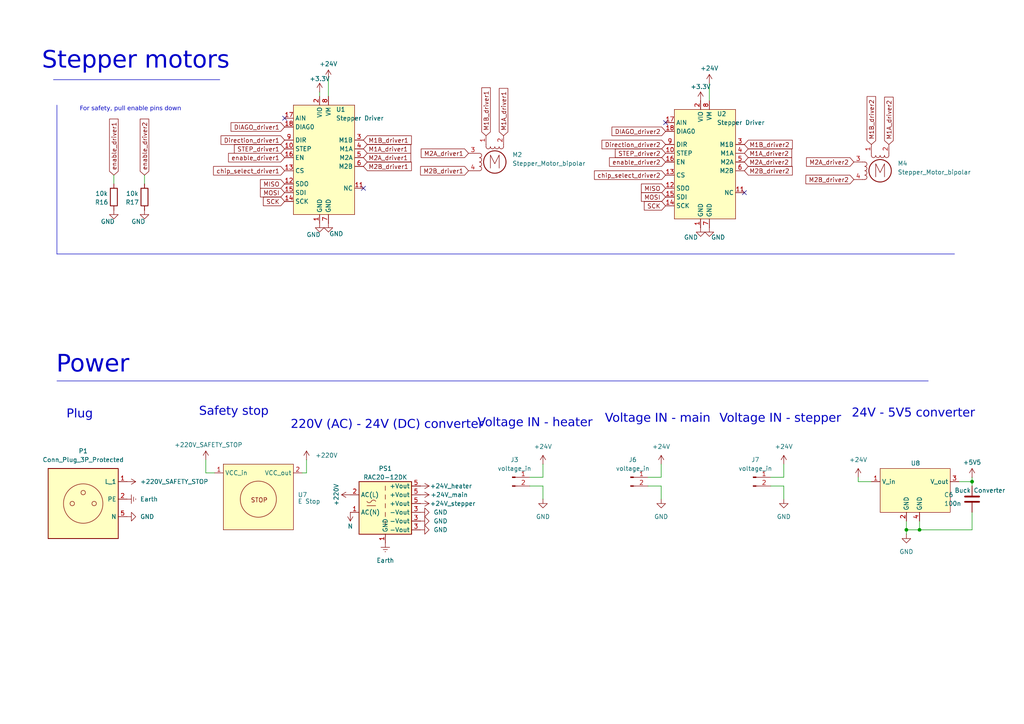
<source format=kicad_sch>
(kicad_sch (version 20250114) (generator "eeschema") (generator_version "9.0")
  (paper "A4")
  (lib_symbols
    (symbol "Connector:Conn_01x02_Pin" (pin_names (offset 1.016) (hide yes))
      (property "Reference" "J" (at 0 2.54 0))
      (property "Value" "Conn_01x02_Pin" (at 0 -5.08 0))
      (symbol "Conn_01x02_Pin_1_1"
        (rectangle (start 0.8636 0.127) (end 0 -0.127) (stroke (width 0.1524)) (fill (type outline)))
        (rectangle (start 0.8636 -2.413) (end 0 -2.667) (stroke (width 0.1524)) (fill (type outline)))
        (polyline (pts (xy 1.27 0) (xy 0.8636 0)) (stroke (width 0.1524)))
        (polyline (pts (xy 1.27 -2.54) (xy 0.8636 -2.54)) (stroke (width 0.1524)))
        (pin passive line (at 5.08 0 180) (length 3.81) (name "Pin_1") (number "1"))
        (pin passive line (at 5.08 -2.54 180) (length 3.81) (name "Pin_2") (number "2"))
      )
    )
    (symbol "Connector:Conn_Plug_3P_Protected"
      (property "Reference" "P1" (at 0 15.24 0))
      (property "Value" "Conn_Plug_3P_Protected" (at 0 12.7 0))
      (symbol "Conn_Plug_3P_Protected_0_1"
        (circle (center 0 0) (radius 5.715))
      )
      (symbol "Conn_Plug_3P_Protected_1_1"
        (rectangle (start -10.16 10.16) (end 10.16 -10.16) (stroke (width 0.254)) (fill (type background)))
        (circle (center -3.175 0) (radius 0.635))
        (circle (center 0 3.175) (radius 0.635))
        (circle (center 3.175 0) (radius 0.635))
        (pin power_in line (at 12.7 6.35 180) (length 2.54) (name "L_1") (number "1"))
        (pin power_out line (at 12.7 1.27 180) (length 2.54) (name "PE") (number "2"))
        (pin power_out line (at 12.7 -3.81 180) (length 2.54) (name "N") (number "5"))
      )
    )
    (symbol "Converter_ACDC:RAC20-12DK"
      (property "Reference" "PS1" (at 0 10.16 0))
      (property "Value" "RAC20-12DK" (at 0 7.62 0))
      (symbol "RAC20-12DK_0_1"
        (rectangle (start -7.62 6.35) (end 7.62 -8.89) (stroke (width 0.254)) (fill (type background)))
        (polyline (pts (xy -5.334 -0.635) (xy -2.794 -0.635)))
        (arc (start -4.064 0.635) (mid -4.699 0.2495) (end -5.334 0.635))
        (arc (start -4.064 0.635) (mid -3.429 1.0072) (end -2.794 0.635))
        (polyline (pts (xy 0 5.08) (xy 0 3.81)))
        (polyline (pts (xy 0 2.54) (xy 0 1.27)))
        (polyline (pts (xy 0 0) (xy 0 -1.27)))
        (polyline (pts (xy 0 -2.54) (xy 0 -3.81)))
        (polyline (pts (xy 0 -5.08) (xy 0 -6.35)))
      )
      (symbol "RAC20-12DK_1_1"
        (pin power_in line (at -10.16 2.54 0) (length 2.54) (name "AC(L)") (number "2"))
        (pin power_in line (at -10.16 -2.54 0) (length 2.54) (name "AC(N)") (number "1"))
        (pin power_out line (at 0 -11.43 90) (length 2.54) (name "GND") (number "1"))
        (pin power_out line (at 10.16 5.08 180) (length 2.54) (name "+Vout") (number "5"))
        (pin power_out line (at 10.16 2.54 180) (length 2.54) (name "+Vout") (number "5"))
        (pin power_out line (at 10.16 0 180) (length 2.54) (name "+Vout") (number "5"))
        (pin power_out line (at 10.16 -2.54 180) (length 2.54) (name "-Vout") (number "3"))
        (pin power_out line (at 10.16 -5.08 180) (length 2.54) (name "-Vout") (number "3"))
        (pin power_out line (at 10.16 -7.62 180) (length 2.54) (name "-Vout") (number "3"))
      )
    )
    (symbol "Device:C" (pin_numbers (hide yes)) (pin_names (offset 0.254))
      (property "Reference" "C" (at 0.635 2.54 0))
      (property "Value" "C" (at 0.635 -2.54 0))
      (symbol "C_0_1"
        (polyline (pts (xy -2.032 0.762) (xy 2.032 0.762)) (stroke (width 0.508)))
        (polyline (pts (xy -2.032 -0.762) (xy 2.032 -0.762)) (stroke (width 0.508)))
      )
      (symbol "C_1_1"
        (pin passive line (at 0 3.81 270) (length 2.794) (name "~") (number "1"))
        (pin passive line (at 0 -3.81 90) (length 2.794) (name "~") (number "2"))
      )
    )
    (symbol "Device:R" (pin_numbers (hide yes)) (pin_names (offset 0))
      (property "Reference" "R" (at 2.032 0 90))
      (property "Value" "R" (at 0 0 90))
      (symbol "R_0_1"
        (rectangle (start -1.016 -2.54) (end 1.016 2.54) (stroke (width 0.254)))
      )
      (symbol "R_1_1"
        (pin passive line (at 0 3.81 270) (length 1.27) (name "~") (number "1"))
        (pin passive line (at 0 -3.81 90) (length 1.27) (name "~") (number "2"))
      )
    )
    (symbol "Motor:Stepper_Motor_bipolar" (pin_names (offset 0) (hide yes))
      (property "Reference" "M" (at 3.81 2.54 0))
      (property "Value" "Stepper_Motor_bipolar" (at 3.81 1.27 0))
      (symbol "Stepper_Motor_bipolar_0_0"
        (polyline (pts (xy -1.27 -1.778) (xy -1.27 2.032) (xy 0 -0.508) (xy 1.27 2.032) (xy 1.27 -1.778)))
      )
      (symbol "Stepper_Motor_bipolar_0_1"
        (polyline (pts (xy -5.08 2.54) (xy -4.445 2.54)))
        (polyline (pts (xy -5.08 -2.54) (xy -4.445 -2.54)))
        (arc (start -4.445 2.54) (mid -3.8127 1.905) (end -4.445 1.27))
        (arc (start -4.445 1.27) (mid -3.8127 0.635) (end -4.445 0))
        (arc (start -4.445 0) (mid -3.8127 -0.635) (end -4.445 -1.27))
        (arc (start -4.445 -1.27) (mid -3.8127 -1.905) (end -4.445 -2.54))
        (polyline (pts (xy -2.54 5.08) (xy -2.54 4.445)))
        (arc (start -1.27 4.445) (mid -1.905 3.8127) (end -2.54 4.445))
        (arc (start 0 4.445) (mid -0.635 3.8127) (end -1.27 4.445))
        (circle (center 0 0) (radius 3.2512) (stroke (width 0.254)))
        (arc (start 1.27 4.445) (mid 0.635 3.8127) (end 0 4.445))
        (arc (start 2.54 4.445) (mid 1.905 3.8127) (end 1.27 4.445))
        (polyline (pts (xy 2.54 5.08) (xy 2.54 4.445)))
      )
      (symbol "Stepper_Motor_bipolar_1_1"
        (pin passive line (at -7.62 2.54 0) (length 2.54) (name "~") (number "3"))
        (pin passive line (at -7.62 -2.54 0) (length 2.54) (name "~") (number "4"))
        (pin passive line (at -2.54 7.62 270) (length 2.54) (name "~") (number "1"))
        (pin passive line (at 2.54 7.62 270) (length 2.54) (name "-") (number "2"))
      )
    )
    (symbol "RoboCasterSchematicLibrary:LM2596"
      (property "Reference" "U8" (at 8.89 14.224 0))
      (property "Value" "~" (at 21.59 6.35 0))
      (symbol "LM2596_1_1"
        (rectangle (start 0 12.7) (end 20.32 0) (fill (type background)))
        (pin input line (at -2.54 8.89 0) (length 2.54) (name "V_in") (number "1"))
        (pin input line (at 7.62 -2.54 90) (length 2.54) (name "GND") (number "2"))
        (pin input line (at 11.43 -2.54 90) (length 2.54) (name "GND") (number "4"))
        (pin input line (at 22.86 8.89 180) (length 2.54) (name "V_out") (number "3"))
      )
    )
    (symbol "RoboCasterSchematicLibrary:TMC2130_Breakout"
      (property "Reference" "U" (at 0 23.114 0))
      (symbol "TMC2130_Breakout_1_1"
        (rectangle (start -8.89 21.59) (end 8.89 -10.16) (fill (type background)))
        (pin input line (at -11.43 17.78 0) (length 2.54) (name "AIN") (number "17"))
        (pin input line (at -11.43 15.24 0) (length 2.54) (name "DIAG0") (number "18"))
        (pin input line (at -11.43 11.43 0) (length 2.54) (name "DIR") (number "9"))
        (pin input line (at -11.43 8.89 0) (length 2.54) (name "STEP") (number "10"))
        (pin input line (at -11.43 6.35 0) (length 2.54) (name "EN") (number "16"))
        (pin input line (at -11.43 2.54 0) (length 2.54) (name "CS") (number "13"))
        (pin input line (at -11.43 -1.27 0) (length 2.54) (name "SDO") (number "12"))
        (pin input line (at -11.43 -3.81 0) (length 2.54) (name "SDI") (number "15"))
        (pin input line (at -11.43 -6.35 0) (length 2.54) (name "SCK") (number "14"))
        (pin input line (at -1.27 24.13 270) (length 2.54) (name "VIO") (number "2"))
        (pin input line (at -1.27 -12.7 90) (length 2.54) (name "GND") (number "1"))
        (pin input line (at 1.27 24.13 270) (length 2.54) (name "VM") (number "8"))
        (pin input line (at 1.27 -12.7 90) (length 2.54) (name "GND") (number "7"))
        (pin input line (at 11.43 11.43 180) (length 2.54) (name "M1B") (number "3"))
        (pin input line (at 11.43 8.89 180) (length 2.54) (name "M1A") (number "4"))
        (pin input line (at 11.43 6.35 180) (length 2.54) (name "M2A") (number "5"))
        (pin input line (at 11.43 3.81 180) (length 2.54) (name "M2B") (number "6"))
        (pin input line (at 11.43 -2.54 180) (length 2.54) (name "NC") (number "11"))
      )
    )
    (symbol "RoboCasterSchematicLibrary:emergency_button"
      (property "Reference" "U7" (at 21.59 10.1601 0))
      (property "Value" "~" (at 21.59 8.255 0))
      (symbol "emergency_button_0_1"
        (circle (center 10.16 8.89) (radius 5.2363))
      )
      (symbol "emergency_button_1_1"
        (rectangle (start 0 19.05) (end 20.32 0) (fill (type background)))
        (text "STOP" (at 10.414 8.636 0) (effects (font (size 1.27 1.27))))
        (pin input line (at -2.54 16.51 0) (length 2.54) (name "VCC_in") (number "1"))
        (pin input line (at 22.86 16.51 180) (length 2.54) (name "VCC_out") (number "2"))
      )
    )
    (symbol "TMC2130_Breakout_1"
      (property "Reference" "U" (at 0 23.114 0))
      (symbol "TMC2130_Breakout_1_1_1"
        (rectangle (start -8.89 21.59) (end 8.89 -10.16) (fill (type background)))
        (pin input line (at -11.43 17.78 0) (length 2.54) (name "AIN") (number "17"))
        (pin input line (at -11.43 15.24 0) (length 2.54) (name "DIAG0") (number "18"))
        (pin input line (at -11.43 11.43 0) (length 2.54) (name "DIR") (number "9"))
        (pin input line (at -11.43 8.89 0) (length 2.54) (name "STEP") (number "10"))
        (pin input line (at -11.43 6.35 0) (length 2.54) (name "EN") (number "16"))
        (pin input line (at -11.43 2.54 0) (length 2.54) (name "CS") (number "13"))
        (pin input line (at -11.43 -1.27 0) (length 2.54) (name "SDO") (number "12"))
        (pin input line (at -11.43 -3.81 0) (length 2.54) (name "SDI") (number "15"))
        (pin input line (at -11.43 -6.35 0) (length 2.54) (name "SCK") (number "14"))
        (pin input line (at -1.27 24.13 270) (length 2.54) (name "VIO") (number "2"))
        (pin input line (at -1.27 -12.7 90) (length 2.54) (name "GND") (number "1"))
        (pin input line (at 1.27 24.13 270) (length 2.54) (name "VM") (number "8"))
        (pin input line (at 1.27 -12.7 90) (length 2.54) (name "GND") (number "7"))
        (pin input line (at 11.43 11.43 180) (length 2.54) (name "M1B") (number "3"))
        (pin input line (at 11.43 8.89 180) (length 2.54) (name "M1A") (number "4"))
        (pin input line (at 11.43 6.35 180) (length 2.54) (name "M2A") (number "5"))
        (pin input line (at 11.43 3.81 180) (length 2.54) (name "M2B") (number "6"))
        (pin input line (at 11.43 -2.54 180) (length 2.54) (name "NC") (number "11"))
      )
    )
    (symbol "power:+24V" (power) (pin_numbers (hide yes)) (pin_names (offset 0) (hide yes))
      (property "Value" "+24V" (at 0 3.556 0))
      (symbol "+24V_0_1"
        (polyline (pts (xy -0.762 1.27) (xy 0 2.54)))
        (polyline (pts (xy 0 2.54) (xy 0.762 1.27)))
        (polyline (pts (xy 0 0) (xy 0 2.54)))
      )
      (symbol "+24V_1_1"
        (pin power_in line (at 0 0 90) (length 0) (name "~") (number "1"))
      )
    )
    (symbol "power:+3.3V" (power) (pin_numbers (hide yes)) (pin_names (offset 0) (hide yes))
      (property "Value" "+3.3V" (at 0 3.556 0))
      (symbol "+3.3V_0_1"
        (polyline (pts (xy -0.762 1.27) (xy 0 2.54)))
        (polyline (pts (xy 0 2.54) (xy 0.762 1.27)))
        (polyline (pts (xy 0 0) (xy 0 2.54)))
      )
      (symbol "+3.3V_1_1"
        (pin power_in line (at 0 0 90) (length 0) (name "~") (number "1"))
      )
    )
    (symbol "power:Earth" (power) (pin_numbers (hide yes)) (pin_names (offset 0) (hide yes))
      (property "Value" "Earth" (at 0 -3.81 0))
      (symbol "Earth_0_1"
        (polyline (pts (xy -0.635 -1.905) (xy 0.635 -1.905)))
        (polyline (pts (xy -0.127 -2.54) (xy 0.127 -2.54)))
        (polyline (pts (xy 0 -1.27) (xy 0 0)))
        (polyline (pts (xy 1.27 -1.27) (xy -1.27 -1.27)))
      )
      (symbol "Earth_1_1"
        (pin power_in line (at 0 0 270) (length 0) (name "~") (number "1"))
      )
    )
    (symbol "power:GND" (power) (pin_numbers (hide yes)) (pin_names (offset 0) (hide yes))
      (property "Value" "GND" (at 0 -3.81 0))
      (symbol "GND_0_1"
        (polyline (pts (xy 0 0) (xy 0 -1.27) (xy 1.27 -1.27) (xy 0 -2.54) (xy -1.27 -1.27) (xy 0 -1.27)))
      )
      (symbol "GND_1_1"
        (pin power_in line (at 0 0 270) (length 0) (name "~") (number "1"))
      )
    )
  )
  (text "Plug" (at 23.114 120.904 0) (effects (font (size 2.54 2.54))))
  (text "Voltage IN - main" (at 190.754 122.174 0) (effects (font (size 2.54 2.54) (thickness 0.3175))))
  (text "Stepper motors" (at 39.37 19.05 0) (effects (font (size 5 5) (thickness 0.3175) (italic yes))))
  (text "24V - 5V5 converter\n" (at 264.922 120.65 0) (effects (font (size 2.54 2.54) (thickness 0.3175))))
  (text "Voltage IN - heater" (at 155.194 123.444 0) (effects (font (size 2.54 2.54) (thickness 0.3175))))
  (text "For safety, pull enable pins down" (at 37.846 32.004 0) (effects (font (size 1.27 1.27))))
  (text "220V (AC) - 24V (DC) converter" (at 112.268 123.952 0) (effects (font (size 2.54 2.54) (thickness 0.254))))
  (text "Power" (at 26.924 107.188 0) (effects (font (size 5 5) (thickness 0.3175) (italic yes))))
  (text "Voltage IN - stepper" (at 226.314 122.174 0) (effects (font (size 2.54 2.54) (thickness 0.3175))))
  (text "Safety stop" (at 67.818 120.142 0) (effects (font (size 2.54 2.54) (thickness 0.3175))))
  (junction (at 266.7 153.67))
  (junction (at 262.89 153.67))
  (junction (at 281.94 139.7))
  (no_connect (at 215.9 55.88))
  (no_connect (at 82.55 34.29))
  (no_connect (at 193.04 35.56))
  (no_connect (at 105.41 54.61))
  (wire (pts (xy 157.48 138.43) (xy 153.67 138.43)))
  (wire (pts (xy 191.77 138.43) (xy 187.96 138.43)))
  (wire (pts (xy 266.7 153.67) (xy 262.89 153.67)))
  (wire (pts (xy 191.77 140.97) (xy 187.96 140.97)))
  (wire (pts (xy 41.91 53.34) (xy 41.91 50.8)))
  (wire (pts (xy 88.9 137.16) (xy 87.63 137.16)))
  (wire (pts (xy 262.89 151.13) (xy 262.89 153.67)))
  (wire (pts (xy 227.33 138.43) (xy 223.52 138.43)))
  (wire (pts (xy 281.94 140.97) (xy 281.94 139.7)))
  (wire (pts (xy 157.48 134.62) (xy 157.48 138.43)))
  (wire (pts (xy 227.33 140.97) (xy 223.52 140.97)))
  (wire (pts (xy 281.94 139.7) (xy 281.94 138.43)))
  (wire (pts (xy 191.77 144.78) (xy 191.77 140.97)))
  (wire (pts (xy 59.69 137.16) (xy 62.23 137.16)))
  (wire (pts (xy 227.33 144.78) (xy 227.33 140.97)))
  (wire (pts (xy 248.92 138.43) (xy 248.92 139.7)))
  (polyline (pts (xy 16.51 110.49) (xy 269.24 110.49)))
  (polyline (pts (xy 16.51 73.66) (xy 16.51 30.48)))
  (wire (pts (xy 281.94 153.67) (xy 266.7 153.67)))
  (wire (pts (xy 33.02 53.34) (xy 33.02 50.8)))
  (wire (pts (xy 205.74 29.21) (xy 205.74 24.13)))
  (wire (pts (xy 88.9 137.16) (xy 88.9 133.35)))
  (wire (pts (xy 95.25 22.86) (xy 95.25 27.94)))
  (wire (pts (xy 262.89 153.67) (xy 262.89 154.94)))
  (wire (pts (xy 92.71 26.67) (xy 92.71 27.94)))
  (wire (pts (xy 191.77 134.62) (xy 191.77 138.43)))
  (polyline (pts (xy 16.51 73.66) (xy 276.86 73.66)))
  (wire (pts (xy 266.7 151.13) (xy 266.7 153.67)))
  (wire (pts (xy 157.48 144.78) (xy 157.48 140.97)))
  (wire (pts (xy 157.48 140.97) (xy 153.67 140.97)))
  (polyline (pts (xy 15.494 23.114) (xy 63.754 23.114)))
  (wire (pts (xy 59.69 137.16) (xy 59.69 133.35)))
  (wire (pts (xy 278.13 139.7) (xy 281.94 139.7)))
  (wire (pts (xy 248.92 139.7) (xy 252.73 139.7)))
  (wire (pts (xy 227.33 134.62) (xy 227.33 138.43)))
  (wire (pts (xy 281.94 148.59) (xy 281.94 153.67)))
  (global_label "M2B_driver2" (shape input) (at 247.65 52.07 180) (property "Intersheetrefs" "${INTERSHEET_REFS}" (effects (hide yes))))
  (global_label "chip_select_driver1" (shape input) (at 82.55 49.53 180) (property "Intersheetrefs" "${INTERSHEET_REFS}" (effects (hide yes))))
  (global_label "M1B_driver2" (shape input) (at 252.73 41.91 90) (property "Intersheetrefs" "${INTERSHEET_REFS}" (effects (hide yes))))
  (global_label "MISO" (shape input) (at 82.55 53.34 180) (property "Intersheetrefs" "${INTERSHEET_REFS}" (effects (hide yes))))
  (global_label "M1B_driver2" (shape input) (at 215.9 41.91 0) (property "Intersheetrefs" "${INTERSHEET_REFS}" (effects (hide yes))))
  (global_label "M1A_driver2" (shape input) (at 215.9 44.45 0) (property "Intersheetrefs" "${INTERSHEET_REFS}" (effects (hide yes))))
  (global_label "enable_driver2" (shape input) (at 41.91 50.8 90) (property "Intersheetrefs" "${INTERSHEET_REFS}" (effects (hide yes))))
  (global_label "M2A_driver2" (shape input) (at 247.65 46.99 180) (property "Intersheetrefs" "${INTERSHEET_REFS}" (effects (hide yes))))
  (global_label "M2A_driver1" (shape input) (at 135.89 44.45 180) (property "Intersheetrefs" "${INTERSHEET_REFS}" (effects (hide yes))))
  (global_label "M2B_driver2" (shape input) (at 215.9 49.53 0) (property "Intersheetrefs" "${INTERSHEET_REFS}" (effects (hide yes))))
  (global_label "enable_driver1" (shape input) (at 33.02 50.8 90) (property "Intersheetrefs" "${INTERSHEET_REFS}" (effects (hide yes))))
  (global_label "M1B_driver1" (shape input) (at 105.41 40.64 0) (property "Intersheetrefs" "${INTERSHEET_REFS}" (effects (hide yes))))
  (global_label "Direction_driver2" (shape input) (at 193.04 41.91 180) (property "Intersheetrefs" "${INTERSHEET_REFS}" (effects (hide yes))))
  (global_label "M1B_driver1" (shape input) (at 140.97 39.37 90) (property "Intersheetrefs" "${INTERSHEET_REFS}" (effects (hide yes))))
  (global_label "M2A_driver1" (shape input) (at 105.41 45.72 0) (property "Intersheetrefs" "${INTERSHEET_REFS}" (effects (hide yes))))
  (global_label "DIAGO_driver1" (shape input) (at 82.55 36.83 180) (property "Intersheetrefs" "${INTERSHEET_REFS}" (effects (hide yes))))
  (global_label "M1A_driver2" (shape input) (at 257.81 41.91 90) (property "Intersheetrefs" "${INTERSHEET_REFS}" (effects (hide yes))))
  (global_label "M1A_driver1" (shape input) (at 146.05 39.37 90) (property "Intersheetrefs" "${INTERSHEET_REFS}" (effects (hide yes))))
  (global_label "M2B_driver1" (shape input) (at 135.89 49.53 180) (property "Intersheetrefs" "${INTERSHEET_REFS}" (effects (hide yes))))
  (global_label "M1A_driver1" (shape input) (at 105.41 43.18 0) (property "Intersheetrefs" "${INTERSHEET_REFS}" (effects (hide yes))))
  (global_label "SCK" (shape input) (at 193.04 59.69 180) (property "Intersheetrefs" "${INTERSHEET_REFS}" (effects (hide yes))))
  (global_label "MOSI" (shape input) (at 193.04 57.15 180) (property "Intersheetrefs" "${INTERSHEET_REFS}" (effects (hide yes))))
  (global_label "MOSI" (shape input) (at 82.55 55.88 180) (property "Intersheetrefs" "${INTERSHEET_REFS}" (effects (hide yes))))
  (global_label "M2A_driver2" (shape input) (at 215.9 46.99 0) (property "Intersheetrefs" "${INTERSHEET_REFS}" (effects (hide yes))))
  (global_label "chip_select_driver2" (shape input) (at 193.04 50.8 180) (property "Intersheetrefs" "${INTERSHEET_REFS}" (effects (hide yes))))
  (global_label "SCK" (shape input) (at 82.55 58.42 180) (property "Intersheetrefs" "${INTERSHEET_REFS}" (effects (hide yes))))
  (global_label "enable_driver1" (shape input) (at 82.55 45.72 180) (property "Intersheetrefs" "${INTERSHEET_REFS}" (effects (hide yes))))
  (global_label "enable_driver2" (shape input) (at 193.04 46.99 180) (property "Intersheetrefs" "${INTERSHEET_REFS}" (effects (hide yes))))
  (global_label "M2B_driver1" (shape input) (at 105.41 48.26 0) (property "Intersheetrefs" "${INTERSHEET_REFS}" (effects (hide yes))))
  (global_label "MISO" (shape input) (at 193.04 54.61 180) (property "Intersheetrefs" "${INTERSHEET_REFS}" (effects (hide yes))))
  (global_label "DIAGO_driver2" (shape input) (at 193.04 38.1 180) (property "Intersheetrefs" "${INTERSHEET_REFS}" (effects (hide yes))))
  (global_label "STEP_driver1" (shape input) (at 82.55 43.18 180) (property "Intersheetrefs" "${INTERSHEET_REFS}" (effects (hide yes))))
  (global_label "Direction_driver1" (shape input) (at 82.55 40.64 180) (property "Intersheetrefs" "${INTERSHEET_REFS}" (effects (hide yes))))
  (global_label "STEP_driver2" (shape input) (at 193.04 44.45 180) (property "Intersheetrefs" "${INTERSHEET_REFS}" (effects (hide yes))))
  (symbol (lib_id "Motor:Stepper_Motor_bipolar") (at 143.51 46.99 0) (unit 1)
    (property "Reference" "M2" (at 148.59 44.869 0) (effects (justify left)))
    (property "Value" "Stepper_Motor_bipolar" (at 148.59 47.409 0) (effects (justify left)))
    (property "Footprint" "Connector_JST:JST_XH_B4B-XH-A_1x04_P2.50mm_Vertical" (effects (hide yes)))
    (property "Datasheet" "http://www.infineon.com/dgdl/Application-Note-TLE8110EE_driving_UniPolarStepperMotor_V1.1.pdf?fileId=db3a30431be39b97011be5d0aa0a00b0" (effects (hide yes)))
    (property "Description" "4-wire bipolar stepper motor" (effects (hide yes)))
  )
  (symbol (lib_id "power:+24V") (at 157.48 134.62 0) (unit 1)
    (property "Reference" "#PWR032" (effects (hide yes)))
    (property "Value" "+24V" (at 157.48 129.54 0))
    (property "Description" "Power symbol creates a global label with name \"+24V\"" (effects (hide yes)))
  )
  (symbol (lib_id "power:+3.3V") (at 95.25 22.86 0) (unit 1)
    (property "Reference" "#PWR028" (effects (hide yes)))
    (property "Value" "+24V" (at 95.25 18.542 0))
    (property "Description" "Power symbol creates a global label with name \"+3.3V\"" (effects (hide yes)))
  )
  (symbol (lib_id "power:GND") (at 191.77 144.78 0) (unit 1)
    (property "Reference" "#PWR066" (effects (hide yes)))
    (property "Value" "GND" (at 191.77 149.86 0))
    (property "Description" "Power symbol creates a global label with name \"GND\" , ground" (effects (hide yes)))
  )
  (symbol (lib_id "power:GND") (at 262.89 154.94 0) (unit 1)
    (property "Reference" "#PWR034" (effects (hide yes)))
    (property "Value" "GND" (at 262.89 160.02 0))
    (property "Description" "Power symbol creates a global label with name \"GND\" , ground" (effects (hide yes)))
  )
  (symbol (lib_id "Connector:Conn_01x02_Pin") (at 182.88 138.43 0) (unit 1)
    (property "Reference" "J6" (at 183.515 133.35 0))
    (property "Value" "voltage_in" (at 183.515 135.89 0))
    (property "Footprint" "TerminalBlock_Phoenix:TerminalBlock_Phoenix_MKDS-1,5-2-5.08_1x02_P5.08mm_Horizontal" (effects (hide yes)))
    (property "Description" "Generic connector, single row, 01x02, script generated" (effects (hide yes)))
  )
  (symbol (lib_id "power:+3.3V") (at 92.71 26.67 0) (unit 1)
    (property "Reference" "#PWR077" (effects (hide yes)))
    (property "Value" "+3.3V" (at 92.71 22.86 0))
    (property "Description" "Power symbol creates a global label with name \"+3.3V\"" (effects (hide yes)))
  )
  (symbol (lib_id "power:+24V") (at 121.92 143.51 270) (unit 1)
    (property "Reference" "#PWR061" (effects (hide yes)))
    (property "Value" "+24V_main" (at 130.302 143.51 90))
    (property "Description" "Power symbol creates a global label with name \"+24V\"" (effects (hide yes)))
  )
  (symbol (lib_id "power:+24V") (at 101.6 143.51 90) (unit 1)
    (property "Reference" "#PWR049" (effects (hide yes)))
    (property "Value" "+220V" (at 97.536 143.51 0))
    (property "Description" "Power symbol creates a global label with name \"+24V\"" (effects (hide yes)))
  )
  (symbol (lib_id "power:GND") (at 203.2 66.04 0) (unit 1)
    (property "Reference" "#PWR026" (effects (hide yes)))
    (property "Value" "GND" (at 200.406 68.834 0))
    (property "Description" "Power symbol creates a global label with name \"GND\" , ground" (effects (hide yes)))
  )
  (symbol (lib_id "power:GND") (at 205.74 66.04 0) (unit 1)
    (property "Reference" "#PWR027" (effects (hide yes)))
    (property "Value" "GND" (at 208.28 68.834 0))
    (property "Description" "Power symbol creates a global label with name \"GND\" , ground" (effects (hide yes)))
  )
  (symbol (lib_id "Motor:Stepper_Motor_bipolar") (at 255.27 49.53 0) (unit 1)
    (property "Reference" "M4" (at 260.35 47.409 0) (effects (justify left)))
    (property "Value" "Stepper_Motor_bipolar" (at 260.35 49.949 0) (effects (justify left)))
    (property "Footprint" "Connector_JST:JST_XH_B4B-XH-A_1x04_P2.50mm_Vertical" (effects (hide yes)))
    (property "Datasheet" "http://www.infineon.com/dgdl/Application-Note-TLE8110EE_driving_UniPolarStepperMotor_V1.1.pdf?fileId=db3a30431be39b97011be5d0aa0a00b0" (effects (hide yes)))
    (property "Description" "4-wire bipolar stepper motor" (effects (hide yes)))
  )
  (symbol (lib_id "Connector:Conn_Plug_3P_Protected") (at 24.13 146.05 0) (unit 1)
    (property "Reference" "P1" (at 24.13 130.81 0))
    (property "Value" "Conn_Plug_3P_Protected" (at 24.13 133.35 0))
    (property "Description" "3 Pins protected generic plug" (effects (hide yes)))
  )
  (symbol (lib_id "power:+24V") (at 121.92 140.97 270) (unit 1)
    (property "Reference" "#PWR051" (effects (hide yes)))
    (property "Value" "+24V_heater" (at 130.81 140.97 90))
    (property "Description" "Power symbol creates a global label with name \"+24V\"" (effects (hide yes)))
  )
  (symbol (lib_id "power:+24V") (at 101.6 148.59 180) (unit 1)
    (property "Reference" "#PWR065" (effects (hide yes)))
    (property "Value" "N" (at 101.6 152.654 0))
    (property "Description" "Power symbol creates a global label with name \"+24V\"" (effects (hide yes)))
  )
  (symbol (lib_id "power:GND") (at 41.91 60.96 0) (unit 1)
    (property "Reference" "#PWR070" (effects (hide yes)))
    (property "Value" "GND" (at 40.132 64.262 0))
    (property "Description" "Power symbol creates a global label with name \"GND\" , ground" (effects (hide yes)))
  )
  (symbol (lib_id "power:GND") (at 157.48 144.78 0) (unit 1)
    (property "Reference" "#PWR053" (effects (hide yes)))
    (property "Value" "GND" (at 157.48 149.86 0))
    (property "Description" "Power symbol creates a global label with name \"GND\" , ground" (effects (hide yes)))
  )
  (symbol (lib_id "power:GND") (at 121.92 148.59 90) (unit 1)
    (property "Reference" "#PWR063" (effects (hide yes)))
    (property "Value" "GND" (at 125.73 148.5899 90) (effects (justify right)))
    (property "Description" "Power symbol creates a global label with name \"GND\" , ground" (effects (hide yes)))
  )
  (symbol (lib_id "power:+3.3V") (at 203.2 29.21 0) (unit 1)
    (property "Reference" "#PWR08" (effects (hide yes)))
    (property "Value" "+3.3V" (at 203.2 25.146 0))
    (property "Description" "Power symbol creates a global label with name \"+3.3V\"" (effects (hide yes)))
  )
  (symbol (lib_id "RoboCasterSchematicLibrary:LM2596") (at 255.27 148.59 0) (unit 1)
    (property "Reference" "U8" (at 264.16 134.366 0) (effects (justify left)))
    (property "Value" "Buck Converter" (at 276.86 142.24 0) (effects (justify left)))
    (property "Footprint" "Robocaster_footprint_library_2:LM2596" (effects (hide yes)))
  )
  (symbol (lib_id "power:Earth") (at 36.83 144.78 90) (unit 1)
    (property "Reference" "#PWR03" (effects (hide yes)))
    (property "Value" "Earth" (at 40.64 144.7799 90) (effects (justify right)))
    (property "Description" "Power symbol creates a global label with name \"Earth\"" (effects (hide yes)))
  )
  (symbol (lib_id "power:GND") (at 36.83 149.86 90) (unit 1)
    (property "Reference" "#PWR074" (effects (hide yes)))
    (property "Value" "GND" (at 40.64 149.8599 90) (effects (justify right)))
    (property "Description" "Power symbol creates a global label with name \"GND\" , ground" (effects (hide yes)))
  )
  (symbol (lib_id "power:GND") (at 33.02 60.96 0) (unit 1)
    (property "Reference" "#PWR062" (effects (hide yes)))
    (property "Value" "GND" (at 31.242 64.262 0))
    (property "Description" "Power symbol creates a global label with name \"GND\" , ground" (effects (hide yes)))
  )
  (symbol (lib_id "power:+24V") (at 281.94 138.43 0) (unit 1)
    (property "Reference" "#PWR036" (effects (hide yes)))
    (property "Value" "+5V5" (at 281.94 134.112 0))
    (property "Description" "Power symbol creates a global label with name \"+24V\"" (effects (hide yes)))
  )
  (symbol (lib_id "power:+24V") (at 248.92 138.43 0) (unit 1)
    (property "Reference" "#PWR033" (effects (hide yes)))
    (property "Value" "+24V" (at 248.92 133.35 0))
    (property "Description" "Power symbol creates a global label with name \"+24V\"" (effects (hide yes)))
  )
  (symbol (lib_id "power:GND") (at 227.33 144.78 0) (unit 1)
    (property "Reference" "#PWR067" (effects (hide yes)))
    (property "Value" "GND" (at 227.33 149.86 0))
    (property "Description" "Power symbol creates a global label with name \"GND\" , ground" (effects (hide yes)))
  )
  (symbol (lib_id "Converter_ACDC:RAC20-12DK") (at 111.76 146.05 0) (unit 1)
    (property "Reference" "PS1" (at 111.76 135.89 0))
    (property "Value" "RAC20-12DK" (at 111.76 138.43 0))
    (property "Datasheet" "https://recom-power.com/pdf/Powerline_AC-DC/RAC20-K.pdf" (effects (hide yes)))
    (property "Description" "20 Watt Dual Output AC/DC power supply ±12V ±833mA" (effects (hide yes)))
  )
  (symbol (lib_id "Device:R") (at 33.02 57.15 0) (unit 1)
    (property "Reference" "R16" (at 29.464 58.674 0))
    (property "Value" "10k" (at 29.464 56.134 0))
    (property "Footprint" "Resistor_SMD:R_0603_1608Metric_Pad0.98x0.95mm_HandSolder" (effects (hide yes)))
    (property "Description" "Resistor" (effects (hide yes)))
  )
  (symbol (lib_id "power:Earth") (at 111.76 157.48 0) (unit 1)
    (property "Reference" "#PWR02" (effects (hide yes)))
    (property "Value" "Earth" (at 111.76 162.56 0))
    (property "Description" "Power symbol creates a global label with name \"Earth\"" (effects (hide yes)))
  )
  (symbol (lib_id "power:GND") (at 121.92 153.67 90) (unit 1)
    (property "Reference" "#PWR073" (effects (hide yes)))
    (property "Value" "GND" (at 125.73 153.6699 90) (effects (justify right)))
    (property "Description" "Power symbol creates a global label with name \"GND\" , ground" (effects (hide yes)))
  )
  (symbol (lib_id "Connector:Conn_01x02_Pin") (at 148.59 138.43 0) (unit 1)
    (property "Reference" "J3" (at 149.225 133.35 0))
    (property "Value" "voltage_in" (at 149.225 135.89 0))
    (property "Footprint" "TerminalBlock_Phoenix:TerminalBlock_Phoenix_MKDS-1,5-2-5.08_1x02_P5.08mm_Horizontal" (effects (hide yes)))
    (property "Description" "Generic connector, single row, 01x02, script generated" (effects (hide yes)))
  )
  (symbol (lib_id "Device:C") (at 281.94 144.78 0) (unit 1)
    (property "Reference" "C6" (at 273.812 143.51 0) (effects (justify left)))
    (property "Value" "100n" (at 273.812 146.05 0) (effects (justify left)))
    (property "Footprint" "Capacitor_SMD:C_0603_1608Metric_Pad1.08x0.95mm_HandSolder" (effects (hide yes)))
    (property "Description" "Unpolarized capacitor" (effects (hide yes)))
  )
  (symbol (lib_id "RoboCasterSchematicLibrary:emergency_button") (at 64.77 153.67 0) (unit 1)
    (property "Reference" "U7" (at 86.36 143.5099 0) (effects (justify left)))
    (property "Value" "E Stop" (at 86.36 145.415 0) (effects (justify left)))
  )
  (symbol (lib_id "power:+3.3V") (at 205.74 24.13 0) (unit 1)
    (property "Reference" "#PWR029" (effects (hide yes)))
    (property "Value" "+24V" (at 205.74 19.812 0))
    (property "Description" "Power symbol creates a global label with name \"+3.3V\"" (effects (hide yes)))
  )
  (symbol (lib_id "power:+24V") (at 121.92 146.05 270) (unit 1)
    (property "Reference" "#PWR035" (effects (hide yes)))
    (property "Value" "+24V_stepper" (at 131.318 146.05 90))
    (property "Description" "Power symbol creates a global label with name \"+24V\"" (effects (hide yes)))
  )
  (symbol (lib_id "power:+24V") (at 227.33 134.62 0) (unit 1)
    (property "Reference" "#PWR046" (effects (hide yes)))
    (property "Value" "+24V" (at 227.33 129.54 0))
    (property "Description" "Power symbol creates a global label with name \"+24V\"" (effects (hide yes)))
  )
  (symbol (lib_id "power:GND") (at 121.92 151.13 90) (unit 1)
    (property "Reference" "#PWR064" (effects (hide yes)))
    (property "Value" "GND" (at 125.73 151.1299 90) (effects (justify right)))
    (property "Description" "Power symbol creates a global label with name \"GND\" , ground" (effects (hide yes)))
  )
  (symbol (lib_id "power:+24V") (at 59.69 133.35 0) (unit 1)
    (property "Reference" "#PWR017" (effects (hide yes)))
    (property "Value" "+220V_SAFETY_STOP" (at 70.358 129.032 0) (effects (justify right)))
    (property "Description" "Power symbol creates a global label with name \"+24V\"" (effects (hide yes)))
  )
  (symbol (lib_id "power:GND") (at 92.71 64.77 0) (unit 1)
    (property "Reference" "#PWR024" (effects (hide yes)))
    (property "Value" "GND" (at 90.932 68.072 0))
    (property "Description" "Power symbol creates a global label with name \"GND\" , ground" (effects (hide yes)))
  )
  (symbol (lib_id "power:+24V") (at 88.9 133.35 0) (unit 1)
    (property "Reference" "#PWR016" (effects (hide yes)))
    (property "Value" "+220V" (at 91.44 132.0799 0) (effects (justify left)))
    (property "Description" "Power symbol creates a global label with name \"+24V\"" (effects (hide yes)))
  )
  (symbol (lib_id "power:+24V") (at 191.77 134.62 0) (unit 1)
    (property "Reference" "#PWR040" (effects (hide yes)))
    (property "Value" "+24V" (at 191.77 129.54 0))
    (property "Description" "Power symbol creates a global label with name \"+24V\"" (effects (hide yes)))
  )
  (symbol (lib_id "RoboCasterSchematicLibrary:TMC2130_Breakout") (at 204.47 53.34 0) (unit 1)
    (property "Reference" "U2" (at 207.9341 33.02 0) (effects (justify left)))
    (property "Value" "Stepper Driver" (at 207.9341 35.56 0) (effects (justify left)))
    (property "Footprint" "Robocaster_footprint_library_2:Pololu_Breakout-16_15.2x20.3mm" (effects (hide yes)))
  )
  (symbol (lib_id "Device:R") (at 41.91 57.15 0) (unit 1)
    (property "Reference" "R17" (at 38.354 58.674 0))
    (property "Value" "10k" (at 38.354 56.134 0))
    (property "Footprint" "Resistor_SMD:R_0603_1608Metric_Pad0.98x0.95mm_HandSolder" (effects (hide yes)))
    (property "Description" "Resistor" (effects (hide yes)))
  )
  (symbol (lib_id "power:GND") (at 95.25 64.77 0) (unit 1)
    (property "Reference" "#PWR025" (effects (hide yes)))
    (property "Value" "GND" (at 97.536 67.818 0))
    (property "Description" "Power symbol creates a global label with name \"GND\" , ground" (effects (hide yes)))
  )
  (symbol (lib_id "Connector:Conn_01x02_Pin") (at 218.44 138.43 0) (unit 1)
    (property "Reference" "J7" (at 219.075 133.35 0))
    (property "Value" "voltage_in" (at 219.075 135.89 0))
    (property "Footprint" "TerminalBlock_Phoenix:TerminalBlock_Phoenix_MKDS-1,5-2-5.08_1x02_P5.08mm_Horizontal" (effects (hide yes)))
    (property "Description" "Generic connector, single row, 01x02, script generated" (effects (hide yes)))
  )
  (symbol (lib_name "TMC2130_Breakout_1") (lib_id "RoboCasterSchematicLibrary:TMC2130_Breakout") (at 93.98 52.07 0) (unit 1)
    (property "Reference" "U1" (at 97.4441 31.75 0) (effects (justify left)))
    (property "Value" "Stepper Driver" (at 97.4441 34.29 0) (effects (justify left)))
    (property "Footprint" "Robocaster_footprint_library_2:Pololu_Breakout-16_15.2x20.3mm" (effects (hide yes)))
  )
  (symbol (lib_id "power:+24V") (at 36.83 139.7 270) (unit 1)
    (property "Reference" "#PWR031" (effects (hide yes)))
    (property "Value" "+220V_SAFETY_STOP" (at 40.64 139.6999 90) (effects (justify left)))
    (property "Description" "Power symbol creates a global label with name \"+24V\"" (effects (hide yes)))
  )
)
</source>
